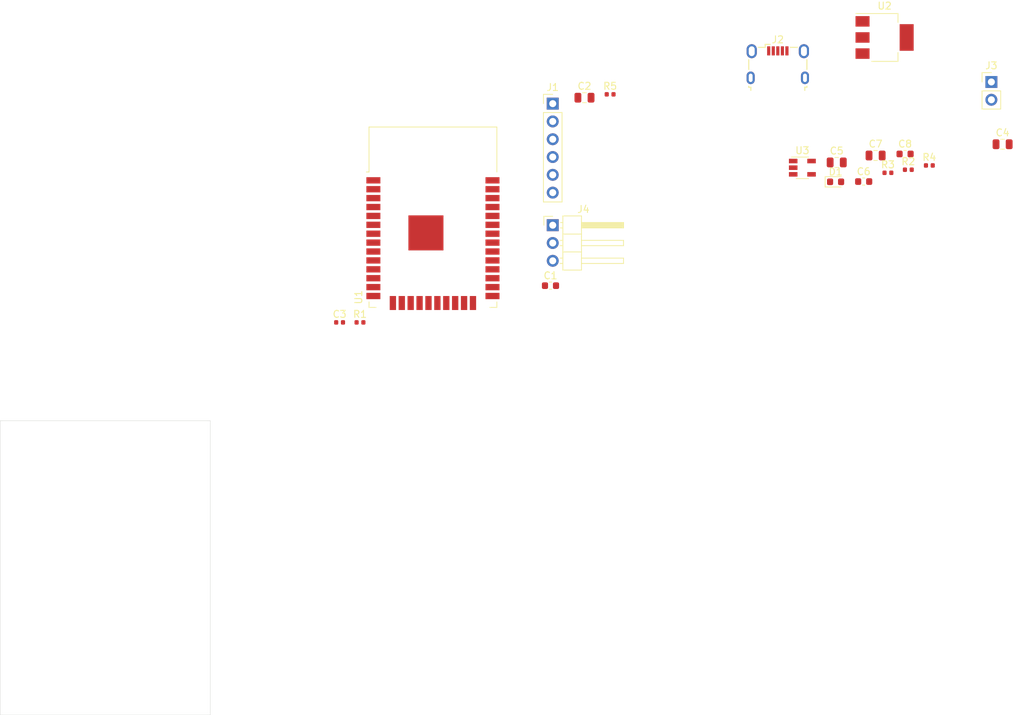
<source format=kicad_pcb>
(kicad_pcb (version 20171130) (host pcbnew "(5.1.6)-1")

  (general
    (thickness 1.6)
    (drawings 4)
    (tracks 0)
    (zones 0)
    (modules 21)
    (nets 45)
  )

  (page A4)
  (layers
    (0 F.Cu signal)
    (31 B.Cu signal)
    (32 B.Adhes user)
    (33 F.Adhes user)
    (34 B.Paste user)
    (35 F.Paste user)
    (36 B.SilkS user)
    (37 F.SilkS user)
    (38 B.Mask user)
    (39 F.Mask user)
    (40 Dwgs.User user)
    (41 Cmts.User user)
    (42 Eco1.User user)
    (43 Eco2.User user)
    (44 Edge.Cuts user)
    (45 Margin user)
    (46 B.CrtYd user)
    (47 F.CrtYd user)
    (48 B.Fab user)
    (49 F.Fab user)
  )

  (setup
    (last_trace_width 0.25)
    (trace_clearance 0.2)
    (zone_clearance 0.508)
    (zone_45_only no)
    (trace_min 0.2)
    (via_size 0.8)
    (via_drill 0.4)
    (via_min_size 0.4)
    (via_min_drill 0.3)
    (uvia_size 0.3)
    (uvia_drill 0.1)
    (uvias_allowed no)
    (uvia_min_size 0.2)
    (uvia_min_drill 0.1)
    (edge_width 0.05)
    (segment_width 0.2)
    (pcb_text_width 0.3)
    (pcb_text_size 1.5 1.5)
    (mod_edge_width 0.12)
    (mod_text_size 1 1)
    (mod_text_width 0.15)
    (pad_size 1.524 1.524)
    (pad_drill 0.762)
    (pad_to_mask_clearance 0.05)
    (aux_axis_origin 0 0)
    (grid_origin 50 164)
    (visible_elements FFFFFF7F)
    (pcbplotparams
      (layerselection 0x010fc_ffffffff)
      (usegerberextensions false)
      (usegerberattributes true)
      (usegerberadvancedattributes true)
      (creategerberjobfile true)
      (excludeedgelayer true)
      (linewidth 0.100000)
      (plotframeref false)
      (viasonmask false)
      (mode 1)
      (useauxorigin false)
      (hpglpennumber 1)
      (hpglpenspeed 20)
      (hpglpendiameter 15.000000)
      (psnegative false)
      (psa4output false)
      (plotreference true)
      (plotvalue true)
      (plotinvisibletext false)
      (padsonsilk false)
      (subtractmaskfromsilk false)
      (outputformat 1)
      (mirror false)
      (drillshape 1)
      (scaleselection 1)
      (outputdirectory ""))
  )

  (net 0 "")
  (net 1 GND)
  (net 2 "Net-(C1-Pad1)")
  (net 3 +3V3)
  (net 4 +5V)
  (net 5 "Net-(C8-Pad1)")
  (net 6 "Net-(D1-Pad2)")
  (net 7 /power/CHRG)
  (net 8 /TXD0)
  (net 9 /RXD0)
  (net 10 /IO_0)
  (net 11 /IO_2)
  (net 12 "Net-(J2-Pad4)")
  (net 13 "Net-(J2-Pad3)")
  (net 14 "Net-(J2-Pad2)")
  (net 15 /ADC_CH3)
  (net 16 "Net-(J4-Pad1)")
  (net 17 "Net-(R4-Pad2)")
  (net 18 /ADC_CH0)
  (net 19 "Net-(U1-Pad37)")
  (net 20 "Net-(U1-Pad36)")
  (net 21 "Net-(U1-Pad33)")
  (net 22 "Net-(U1-Pad32)")
  (net 23 "Net-(U1-Pad31)")
  (net 24 "Net-(U1-Pad30)")
  (net 25 "Net-(U1-Pad29)")
  (net 26 "Net-(U1-Pad28)")
  (net 27 "Net-(U1-Pad27)")
  (net 28 "Net-(U1-Pad26)")
  (net 29 "Net-(U1-Pad23)")
  (net 30 "Net-(U1-Pad22)")
  (net 31 "Net-(U1-Pad21)")
  (net 32 "Net-(U1-Pad20)")
  (net 33 "Net-(U1-Pad19)")
  (net 34 "Net-(U1-Pad18)")
  (net 35 "Net-(U1-Pad17)")
  (net 36 "Net-(U1-Pad16)")
  (net 37 "Net-(U1-Pad14)")
  (net 38 "Net-(U1-Pad13)")
  (net 39 "Net-(U1-Pad11)")
  (net 40 "Net-(U1-Pad10)")
  (net 41 /ADC_CH5)
  (net 42 /ADC_CH4)
  (net 43 /ADC_CH7)
  (net 44 /ADC_CH6)

  (net_class Default "This is the default net class."
    (clearance 0.2)
    (trace_width 0.25)
    (via_dia 0.8)
    (via_drill 0.4)
    (uvia_dia 0.3)
    (uvia_drill 0.1)
    (add_net +3V3)
    (add_net +5V)
    (add_net /ADC_CH0)
    (add_net /ADC_CH3)
    (add_net /ADC_CH4)
    (add_net /ADC_CH5)
    (add_net /ADC_CH6)
    (add_net /ADC_CH7)
    (add_net /IO_0)
    (add_net /IO_2)
    (add_net /RXD0)
    (add_net /TXD0)
    (add_net /power/CHRG)
    (add_net GND)
    (add_net "Net-(C1-Pad1)")
    (add_net "Net-(C8-Pad1)")
    (add_net "Net-(D1-Pad2)")
    (add_net "Net-(J2-Pad2)")
    (add_net "Net-(J2-Pad3)")
    (add_net "Net-(J2-Pad4)")
    (add_net "Net-(J4-Pad1)")
    (add_net "Net-(R4-Pad2)")
    (add_net "Net-(U1-Pad10)")
    (add_net "Net-(U1-Pad11)")
    (add_net "Net-(U1-Pad13)")
    (add_net "Net-(U1-Pad14)")
    (add_net "Net-(U1-Pad16)")
    (add_net "Net-(U1-Pad17)")
    (add_net "Net-(U1-Pad18)")
    (add_net "Net-(U1-Pad19)")
    (add_net "Net-(U1-Pad20)")
    (add_net "Net-(U1-Pad21)")
    (add_net "Net-(U1-Pad22)")
    (add_net "Net-(U1-Pad23)")
    (add_net "Net-(U1-Pad26)")
    (add_net "Net-(U1-Pad27)")
    (add_net "Net-(U1-Pad28)")
    (add_net "Net-(U1-Pad29)")
    (add_net "Net-(U1-Pad30)")
    (add_net "Net-(U1-Pad31)")
    (add_net "Net-(U1-Pad32)")
    (add_net "Net-(U1-Pad33)")
    (add_net "Net-(U1-Pad36)")
    (add_net "Net-(U1-Pad37)")
  )

  (module Package_TO_SOT_SMD:TSOT-23-5 (layer F.Cu) (tedit 5A02FF57) (tstamp 5F1C851A)
    (at 164.495001 85.885001)
    (descr "5-pin TSOT23 package, http://cds.linear.com/docs/en/packaging/SOT_5_05-08-1635.pdf")
    (tags TSOT-23-5)
    (path /5F2186C0/5F232330)
    (attr smd)
    (fp_text reference U3 (at 0 -2.45) (layer F.SilkS)
      (effects (font (size 1 1) (thickness 0.15)))
    )
    (fp_text value LTC4054ES5-4.2 (at 0 2.5) (layer F.Fab)
      (effects (font (size 1 1) (thickness 0.15)))
    )
    (fp_text user %R (at 0 0 90) (layer F.Fab)
      (effects (font (size 0.5 0.5) (thickness 0.075)))
    )
    (fp_line (start -0.88 1.56) (end 0.88 1.56) (layer F.SilkS) (width 0.12))
    (fp_line (start 0.88 -1.51) (end -1.55 -1.51) (layer F.SilkS) (width 0.12))
    (fp_line (start -0.88 -1) (end -0.43 -1.45) (layer F.Fab) (width 0.1))
    (fp_line (start 0.88 -1.45) (end -0.43 -1.45) (layer F.Fab) (width 0.1))
    (fp_line (start -0.88 -1) (end -0.88 1.45) (layer F.Fab) (width 0.1))
    (fp_line (start 0.88 1.45) (end -0.88 1.45) (layer F.Fab) (width 0.1))
    (fp_line (start 0.88 -1.45) (end 0.88 1.45) (layer F.Fab) (width 0.1))
    (fp_line (start -2.17 -1.7) (end 2.17 -1.7) (layer F.CrtYd) (width 0.05))
    (fp_line (start -2.17 -1.7) (end -2.17 1.7) (layer F.CrtYd) (width 0.05))
    (fp_line (start 2.17 1.7) (end 2.17 -1.7) (layer F.CrtYd) (width 0.05))
    (fp_line (start 2.17 1.7) (end -2.17 1.7) (layer F.CrtYd) (width 0.05))
    (pad 5 smd rect (at 1.31 -0.95) (size 1.22 0.65) (layers F.Cu F.Paste F.Mask)
      (net 17 "Net-(R4-Pad2)"))
    (pad 4 smd rect (at 1.31 0.95) (size 1.22 0.65) (layers F.Cu F.Paste F.Mask)
      (net 4 +5V))
    (pad 3 smd rect (at -1.31 0.95) (size 1.22 0.65) (layers F.Cu F.Paste F.Mask)
      (net 5 "Net-(C8-Pad1)"))
    (pad 2 smd rect (at -1.31 0) (size 1.22 0.65) (layers F.Cu F.Paste F.Mask)
      (net 1 GND))
    (pad 1 smd rect (at -1.31 -0.95) (size 1.22 0.65) (layers F.Cu F.Paste F.Mask)
      (net 7 /power/CHRG))
    (model ${KISYS3DMOD}/Package_TO_SOT_SMD.3dshapes/TSOT-23-5.wrl
      (at (xyz 0 0 0))
      (scale (xyz 1 1 1))
      (rotate (xyz 0 0 0))
    )
  )

  (module Package_TO_SOT_SMD:SOT-223-3_TabPin2 (layer F.Cu) (tedit 5A02FF57) (tstamp 5F1C8505)
    (at 176.23 67.3)
    (descr "module CMS SOT223 4 pins")
    (tags "CMS SOT")
    (path /5F2186C0/5F24A068)
    (attr smd)
    (fp_text reference U2 (at 0 -4.5) (layer F.SilkS)
      (effects (font (size 1 1) (thickness 0.15)))
    )
    (fp_text value AMS1117-3.3 (at 0 4.5) (layer F.Fab)
      (effects (font (size 1 1) (thickness 0.15)))
    )
    (fp_text user %R (at 0 0 90) (layer F.Fab)
      (effects (font (size 0.8 0.8) (thickness 0.12)))
    )
    (fp_line (start 1.91 3.41) (end 1.91 2.15) (layer F.SilkS) (width 0.12))
    (fp_line (start 1.91 -3.41) (end 1.91 -2.15) (layer F.SilkS) (width 0.12))
    (fp_line (start 4.4 -3.6) (end -4.4 -3.6) (layer F.CrtYd) (width 0.05))
    (fp_line (start 4.4 3.6) (end 4.4 -3.6) (layer F.CrtYd) (width 0.05))
    (fp_line (start -4.4 3.6) (end 4.4 3.6) (layer F.CrtYd) (width 0.05))
    (fp_line (start -4.4 -3.6) (end -4.4 3.6) (layer F.CrtYd) (width 0.05))
    (fp_line (start -1.85 -2.35) (end -0.85 -3.35) (layer F.Fab) (width 0.1))
    (fp_line (start -1.85 -2.35) (end -1.85 3.35) (layer F.Fab) (width 0.1))
    (fp_line (start -1.85 3.41) (end 1.91 3.41) (layer F.SilkS) (width 0.12))
    (fp_line (start -0.85 -3.35) (end 1.85 -3.35) (layer F.Fab) (width 0.1))
    (fp_line (start -4.1 -3.41) (end 1.91 -3.41) (layer F.SilkS) (width 0.12))
    (fp_line (start -1.85 3.35) (end 1.85 3.35) (layer F.Fab) (width 0.1))
    (fp_line (start 1.85 -3.35) (end 1.85 3.35) (layer F.Fab) (width 0.1))
    (pad 1 smd rect (at -3.15 -2.3) (size 2 1.5) (layers F.Cu F.Paste F.Mask)
      (net 1 GND))
    (pad 3 smd rect (at -3.15 2.3) (size 2 1.5) (layers F.Cu F.Paste F.Mask)
      (net 4 +5V))
    (pad 2 smd rect (at -3.15 0) (size 2 1.5) (layers F.Cu F.Paste F.Mask)
      (net 3 +3V3))
    (pad 2 smd rect (at 3.15 0) (size 2 3.8) (layers F.Cu F.Paste F.Mask)
      (net 3 +3V3))
    (model ${KISYS3DMOD}/Package_TO_SOT_SMD.3dshapes/SOT-223.wrl
      (at (xyz 0 0 0))
      (scale (xyz 1 1 1))
      (rotate (xyz 0 0 0))
    )
  )

  (module RF_Module:ESP32-WROOM-32 (layer F.Cu) (tedit 5B5B4654) (tstamp 5F1C84EF)
    (at 111.765001 95.945001)
    (descr "Single 2.4 GHz Wi-Fi and Bluetooth combo chip https://www.espressif.com/sites/default/files/documentation/esp32-wroom-32_datasheet_en.pdf")
    (tags "Single 2.4 GHz Wi-Fi and Bluetooth combo  chip")
    (path /5F1C2A6F)
    (attr smd)
    (fp_text reference U1 (at -10.61 8.43 90) (layer F.SilkS)
      (effects (font (size 1 1) (thickness 0.15)))
    )
    (fp_text value ESP32-WROOM-32D (at 0 11.5) (layer F.Fab)
      (effects (font (size 1 1) (thickness 0.15)))
    )
    (fp_text user "5 mm" (at 7.8 -19.075 90) (layer Cmts.User)
      (effects (font (size 0.5 0.5) (thickness 0.1)))
    )
    (fp_text user "5 mm" (at -11.2 -14.375) (layer Cmts.User)
      (effects (font (size 0.5 0.5) (thickness 0.1)))
    )
    (fp_text user "5 mm" (at 11.8 -14.375) (layer Cmts.User)
      (effects (font (size 0.5 0.5) (thickness 0.1)))
    )
    (fp_text user Antenna (at 0 -13) (layer Cmts.User)
      (effects (font (size 1 1) (thickness 0.15)))
    )
    (fp_text user "KEEP-OUT ZONE" (at 0 -19) (layer Cmts.User)
      (effects (font (size 1 1) (thickness 0.15)))
    )
    (fp_text user %R (at 0 0) (layer F.Fab)
      (effects (font (size 1 1) (thickness 0.15)))
    )
    (fp_line (start -14 -9.97) (end -14 -20.75) (layer Dwgs.User) (width 0.1))
    (fp_line (start 9 9.76) (end 9 -15.745) (layer F.Fab) (width 0.1))
    (fp_line (start -9 9.76) (end 9 9.76) (layer F.Fab) (width 0.1))
    (fp_line (start -9 -15.745) (end -9 -10.02) (layer F.Fab) (width 0.1))
    (fp_line (start -9 -15.745) (end 9 -15.745) (layer F.Fab) (width 0.1))
    (fp_line (start -9.75 10.5) (end -9.75 -9.72) (layer F.CrtYd) (width 0.05))
    (fp_line (start -9.75 10.5) (end 9.75 10.5) (layer F.CrtYd) (width 0.05))
    (fp_line (start 9.75 -9.72) (end 9.75 10.5) (layer F.CrtYd) (width 0.05))
    (fp_line (start -14.25 -21) (end 14.25 -21) (layer F.CrtYd) (width 0.05))
    (fp_line (start -9 -9.02) (end -9 9.76) (layer F.Fab) (width 0.1))
    (fp_line (start -8.5 -9.52) (end -9 -10.02) (layer F.Fab) (width 0.1))
    (fp_line (start -9 -9.02) (end -8.5 -9.52) (layer F.Fab) (width 0.1))
    (fp_line (start 14 -9.97) (end -14 -9.97) (layer Dwgs.User) (width 0.1))
    (fp_line (start 14 -9.97) (end 14 -20.75) (layer Dwgs.User) (width 0.1))
    (fp_line (start 14 -20.75) (end -14 -20.75) (layer Dwgs.User) (width 0.1))
    (fp_line (start -14.25 -21) (end -14.25 -9.72) (layer F.CrtYd) (width 0.05))
    (fp_line (start 14.25 -21) (end 14.25 -9.72) (layer F.CrtYd) (width 0.05))
    (fp_line (start -14.25 -9.72) (end -9.75 -9.72) (layer F.CrtYd) (width 0.05))
    (fp_line (start 9.75 -9.72) (end 14.25 -9.72) (layer F.CrtYd) (width 0.05))
    (fp_line (start -12.525 -20.75) (end -14 -19.66) (layer Dwgs.User) (width 0.1))
    (fp_line (start -10.525 -20.75) (end -14 -18.045) (layer Dwgs.User) (width 0.1))
    (fp_line (start -8.525 -20.75) (end -14 -16.43) (layer Dwgs.User) (width 0.1))
    (fp_line (start -6.525 -20.75) (end -14 -14.815) (layer Dwgs.User) (width 0.1))
    (fp_line (start -4.525 -20.75) (end -14 -13.2) (layer Dwgs.User) (width 0.1))
    (fp_line (start -2.525 -20.75) (end -14 -11.585) (layer Dwgs.User) (width 0.1))
    (fp_line (start -0.525 -20.75) (end -14 -9.97) (layer Dwgs.User) (width 0.1))
    (fp_line (start 1.475 -20.75) (end -12 -9.97) (layer Dwgs.User) (width 0.1))
    (fp_line (start 3.475 -20.75) (end -10 -9.97) (layer Dwgs.User) (width 0.1))
    (fp_line (start -8 -9.97) (end 5.475 -20.75) (layer Dwgs.User) (width 0.1))
    (fp_line (start 7.475 -20.75) (end -6 -9.97) (layer Dwgs.User) (width 0.1))
    (fp_line (start 9.475 -20.75) (end -4 -9.97) (layer Dwgs.User) (width 0.1))
    (fp_line (start 11.475 -20.75) (end -2 -9.97) (layer Dwgs.User) (width 0.1))
    (fp_line (start 13.475 -20.75) (end 0 -9.97) (layer Dwgs.User) (width 0.1))
    (fp_line (start 14 -19.66) (end 2 -9.97) (layer Dwgs.User) (width 0.1))
    (fp_line (start 14 -18.045) (end 4 -9.97) (layer Dwgs.User) (width 0.1))
    (fp_line (start 14 -16.43) (end 6 -9.97) (layer Dwgs.User) (width 0.1))
    (fp_line (start 14 -14.815) (end 8 -9.97) (layer Dwgs.User) (width 0.1))
    (fp_line (start 14 -13.2) (end 10 -9.97) (layer Dwgs.User) (width 0.1))
    (fp_line (start 14 -11.585) (end 12 -9.97) (layer Dwgs.User) (width 0.1))
    (fp_line (start 9.2 -13.875) (end 13.8 -13.875) (layer Cmts.User) (width 0.1))
    (fp_line (start 13.8 -13.875) (end 13.6 -14.075) (layer Cmts.User) (width 0.1))
    (fp_line (start 13.8 -13.875) (end 13.6 -13.675) (layer Cmts.User) (width 0.1))
    (fp_line (start 9.2 -13.875) (end 9.4 -14.075) (layer Cmts.User) (width 0.1))
    (fp_line (start 9.2 -13.875) (end 9.4 -13.675) (layer Cmts.User) (width 0.1))
    (fp_line (start -13.8 -13.875) (end -13.6 -14.075) (layer Cmts.User) (width 0.1))
    (fp_line (start -13.8 -13.875) (end -13.6 -13.675) (layer Cmts.User) (width 0.1))
    (fp_line (start -9.2 -13.875) (end -9.4 -13.675) (layer Cmts.User) (width 0.1))
    (fp_line (start -13.8 -13.875) (end -9.2 -13.875) (layer Cmts.User) (width 0.1))
    (fp_line (start -9.2 -13.875) (end -9.4 -14.075) (layer Cmts.User) (width 0.1))
    (fp_line (start 8.4 -16) (end 8.2 -16.2) (layer Cmts.User) (width 0.1))
    (fp_line (start 8.4 -16) (end 8.6 -16.2) (layer Cmts.User) (width 0.1))
    (fp_line (start 8.4 -20.6) (end 8.6 -20.4) (layer Cmts.User) (width 0.1))
    (fp_line (start 8.4 -16) (end 8.4 -20.6) (layer Cmts.User) (width 0.1))
    (fp_line (start 8.4 -20.6) (end 8.2 -20.4) (layer Cmts.User) (width 0.1))
    (fp_line (start -9.12 9.1) (end -9.12 9.88) (layer F.SilkS) (width 0.12))
    (fp_line (start -9.12 9.88) (end -8.12 9.88) (layer F.SilkS) (width 0.12))
    (fp_line (start 9.12 9.1) (end 9.12 9.88) (layer F.SilkS) (width 0.12))
    (fp_line (start 9.12 9.88) (end 8.12 9.88) (layer F.SilkS) (width 0.12))
    (fp_line (start -9.12 -15.865) (end 9.12 -15.865) (layer F.SilkS) (width 0.12))
    (fp_line (start 9.12 -15.865) (end 9.12 -9.445) (layer F.SilkS) (width 0.12))
    (fp_line (start -9.12 -15.865) (end -9.12 -9.445) (layer F.SilkS) (width 0.12))
    (fp_line (start -9.12 -9.445) (end -9.5 -9.445) (layer F.SilkS) (width 0.12))
    (pad 38 smd rect (at 8.5 -8.255) (size 2 0.9) (layers F.Cu F.Paste F.Mask)
      (net 1 GND))
    (pad 37 smd rect (at 8.5 -6.985) (size 2 0.9) (layers F.Cu F.Paste F.Mask)
      (net 19 "Net-(U1-Pad37)"))
    (pad 36 smd rect (at 8.5 -5.715) (size 2 0.9) (layers F.Cu F.Paste F.Mask)
      (net 20 "Net-(U1-Pad36)"))
    (pad 35 smd rect (at 8.5 -4.445) (size 2 0.9) (layers F.Cu F.Paste F.Mask)
      (net 8 /TXD0))
    (pad 34 smd rect (at 8.5 -3.175) (size 2 0.9) (layers F.Cu F.Paste F.Mask)
      (net 9 /RXD0))
    (pad 33 smd rect (at 8.5 -1.905) (size 2 0.9) (layers F.Cu F.Paste F.Mask)
      (net 21 "Net-(U1-Pad33)"))
    (pad 32 smd rect (at 8.5 -0.635) (size 2 0.9) (layers F.Cu F.Paste F.Mask)
      (net 22 "Net-(U1-Pad32)"))
    (pad 31 smd rect (at 8.5 0.635) (size 2 0.9) (layers F.Cu F.Paste F.Mask)
      (net 23 "Net-(U1-Pad31)"))
    (pad 30 smd rect (at 8.5 1.905) (size 2 0.9) (layers F.Cu F.Paste F.Mask)
      (net 24 "Net-(U1-Pad30)"))
    (pad 29 smd rect (at 8.5 3.175) (size 2 0.9) (layers F.Cu F.Paste F.Mask)
      (net 25 "Net-(U1-Pad29)"))
    (pad 28 smd rect (at 8.5 4.445) (size 2 0.9) (layers F.Cu F.Paste F.Mask)
      (net 26 "Net-(U1-Pad28)"))
    (pad 27 smd rect (at 8.5 5.715) (size 2 0.9) (layers F.Cu F.Paste F.Mask)
      (net 27 "Net-(U1-Pad27)"))
    (pad 26 smd rect (at 8.5 6.985) (size 2 0.9) (layers F.Cu F.Paste F.Mask)
      (net 28 "Net-(U1-Pad26)"))
    (pad 25 smd rect (at 8.5 8.255) (size 2 0.9) (layers F.Cu F.Paste F.Mask)
      (net 10 /IO_0))
    (pad 24 smd rect (at 5.715 9.255 90) (size 2 0.9) (layers F.Cu F.Paste F.Mask)
      (net 11 /IO_2))
    (pad 23 smd rect (at 4.445 9.255 90) (size 2 0.9) (layers F.Cu F.Paste F.Mask)
      (net 29 "Net-(U1-Pad23)"))
    (pad 22 smd rect (at 3.175 9.255 90) (size 2 0.9) (layers F.Cu F.Paste F.Mask)
      (net 30 "Net-(U1-Pad22)"))
    (pad 21 smd rect (at 1.905 9.255 90) (size 2 0.9) (layers F.Cu F.Paste F.Mask)
      (net 31 "Net-(U1-Pad21)"))
    (pad 20 smd rect (at 0.635 9.255 90) (size 2 0.9) (layers F.Cu F.Paste F.Mask)
      (net 32 "Net-(U1-Pad20)"))
    (pad 19 smd rect (at -0.635 9.255 90) (size 2 0.9) (layers F.Cu F.Paste F.Mask)
      (net 33 "Net-(U1-Pad19)"))
    (pad 18 smd rect (at -1.905 9.255 90) (size 2 0.9) (layers F.Cu F.Paste F.Mask)
      (net 34 "Net-(U1-Pad18)"))
    (pad 17 smd rect (at -3.175 9.255 90) (size 2 0.9) (layers F.Cu F.Paste F.Mask)
      (net 35 "Net-(U1-Pad17)"))
    (pad 16 smd rect (at -4.445 9.255 90) (size 2 0.9) (layers F.Cu F.Paste F.Mask)
      (net 36 "Net-(U1-Pad16)"))
    (pad 15 smd rect (at -5.715 9.255 90) (size 2 0.9) (layers F.Cu F.Paste F.Mask)
      (net 1 GND))
    (pad 14 smd rect (at -8.5 8.255) (size 2 0.9) (layers F.Cu F.Paste F.Mask)
      (net 37 "Net-(U1-Pad14)"))
    (pad 13 smd rect (at -8.5 6.985) (size 2 0.9) (layers F.Cu F.Paste F.Mask)
      (net 38 "Net-(U1-Pad13)"))
    (pad 12 smd rect (at -8.5 5.715) (size 2 0.9) (layers F.Cu F.Paste F.Mask)
      (net 7 /power/CHRG))
    (pad 11 smd rect (at -8.5 4.445) (size 2 0.9) (layers F.Cu F.Paste F.Mask)
      (net 39 "Net-(U1-Pad11)"))
    (pad 10 smd rect (at -8.5 3.175) (size 2 0.9) (layers F.Cu F.Paste F.Mask)
      (net 40 "Net-(U1-Pad10)"))
    (pad 9 smd rect (at -8.5 1.905) (size 2 0.9) (layers F.Cu F.Paste F.Mask)
      (net 41 /ADC_CH5))
    (pad 8 smd rect (at -8.5 0.635) (size 2 0.9) (layers F.Cu F.Paste F.Mask)
      (net 42 /ADC_CH4))
    (pad 7 smd rect (at -8.5 -0.635) (size 2 0.9) (layers F.Cu F.Paste F.Mask)
      (net 43 /ADC_CH7))
    (pad 6 smd rect (at -8.5 -1.905) (size 2 0.9) (layers F.Cu F.Paste F.Mask)
      (net 44 /ADC_CH6))
    (pad 5 smd rect (at -8.5 -3.175) (size 2 0.9) (layers F.Cu F.Paste F.Mask)
      (net 15 /ADC_CH3))
    (pad 4 smd rect (at -8.5 -4.445) (size 2 0.9) (layers F.Cu F.Paste F.Mask)
      (net 18 /ADC_CH0))
    (pad 3 smd rect (at -8.5 -5.715) (size 2 0.9) (layers F.Cu F.Paste F.Mask)
      (net 2 "Net-(C1-Pad1)"))
    (pad 2 smd rect (at -8.5 -6.985) (size 2 0.9) (layers F.Cu F.Paste F.Mask)
      (net 3 +3V3))
    (pad 1 smd rect (at -8.5 -8.255) (size 2 0.9) (layers F.Cu F.Paste F.Mask)
      (net 1 GND))
    (pad 39 smd rect (at -1 -0.755) (size 5 5) (layers F.Cu F.Paste F.Mask)
      (net 1 GND))
    (model ${KISYS3DMOD}/RF_Module.3dshapes/ESP32-WROOM-32.wrl
      (at (xyz 0 0 0))
      (scale (xyz 1 1 1))
      (rotate (xyz 0 0 0))
    )
  )

  (module Resistor_SMD:R_0402_1005Metric (layer F.Cu) (tedit 5B301BBD) (tstamp 5F1C8480)
    (at 137.055001 75.415001)
    (descr "Resistor SMD 0402 (1005 Metric), square (rectangular) end terminal, IPC_7351 nominal, (Body size source: http://www.tortai-tech.com/upload/download/2011102023233369053.pdf), generated with kicad-footprint-generator")
    (tags resistor)
    (path /5F2710D2)
    (attr smd)
    (fp_text reference R5 (at 0 -1.17) (layer F.SilkS)
      (effects (font (size 1 1) (thickness 0.15)))
    )
    (fp_text value 1K (at 0 1.17) (layer F.Fab)
      (effects (font (size 1 1) (thickness 0.15)))
    )
    (fp_text user %R (at 0 0) (layer F.Fab)
      (effects (font (size 0.25 0.25) (thickness 0.04)))
    )
    (fp_line (start -0.5 0.25) (end -0.5 -0.25) (layer F.Fab) (width 0.1))
    (fp_line (start -0.5 -0.25) (end 0.5 -0.25) (layer F.Fab) (width 0.1))
    (fp_line (start 0.5 -0.25) (end 0.5 0.25) (layer F.Fab) (width 0.1))
    (fp_line (start 0.5 0.25) (end -0.5 0.25) (layer F.Fab) (width 0.1))
    (fp_line (start -0.93 0.47) (end -0.93 -0.47) (layer F.CrtYd) (width 0.05))
    (fp_line (start -0.93 -0.47) (end 0.93 -0.47) (layer F.CrtYd) (width 0.05))
    (fp_line (start 0.93 -0.47) (end 0.93 0.47) (layer F.CrtYd) (width 0.05))
    (fp_line (start 0.93 0.47) (end -0.93 0.47) (layer F.CrtYd) (width 0.05))
    (pad 2 smd roundrect (at 0.485 0) (size 0.59 0.64) (layers F.Cu F.Paste F.Mask) (roundrect_rratio 0.25)
      (net 18 /ADC_CH0))
    (pad 1 smd roundrect (at -0.485 0) (size 0.59 0.64) (layers F.Cu F.Paste F.Mask) (roundrect_rratio 0.25)
      (net 16 "Net-(J4-Pad1)"))
    (model ${KISYS3DMOD}/Resistor_SMD.3dshapes/R_0402_1005Metric.wrl
      (at (xyz 0 0 0))
      (scale (xyz 1 1 1))
      (rotate (xyz 0 0 0))
    )
  )

  (module Resistor_SMD:R_0402_1005Metric (layer F.Cu) (tedit 5B301BBD) (tstamp 5F1C8471)
    (at 182.615001 85.565001)
    (descr "Resistor SMD 0402 (1005 Metric), square (rectangular) end terminal, IPC_7351 nominal, (Body size source: http://www.tortai-tech.com/upload/download/2011102023233369053.pdf), generated with kicad-footprint-generator")
    (tags resistor)
    (path /5F2186C0/5F232360)
    (attr smd)
    (fp_text reference R4 (at 0 -1.17) (layer F.SilkS)
      (effects (font (size 1 1) (thickness 0.15)))
    )
    (fp_text value 1.5K (at 0 1.17) (layer F.Fab)
      (effects (font (size 1 1) (thickness 0.15)))
    )
    (fp_text user %R (at 0 0) (layer F.Fab)
      (effects (font (size 0.25 0.25) (thickness 0.04)))
    )
    (fp_line (start -0.5 0.25) (end -0.5 -0.25) (layer F.Fab) (width 0.1))
    (fp_line (start -0.5 -0.25) (end 0.5 -0.25) (layer F.Fab) (width 0.1))
    (fp_line (start 0.5 -0.25) (end 0.5 0.25) (layer F.Fab) (width 0.1))
    (fp_line (start 0.5 0.25) (end -0.5 0.25) (layer F.Fab) (width 0.1))
    (fp_line (start -0.93 0.47) (end -0.93 -0.47) (layer F.CrtYd) (width 0.05))
    (fp_line (start -0.93 -0.47) (end 0.93 -0.47) (layer F.CrtYd) (width 0.05))
    (fp_line (start 0.93 -0.47) (end 0.93 0.47) (layer F.CrtYd) (width 0.05))
    (fp_line (start 0.93 0.47) (end -0.93 0.47) (layer F.CrtYd) (width 0.05))
    (pad 2 smd roundrect (at 0.485 0) (size 0.59 0.64) (layers F.Cu F.Paste F.Mask) (roundrect_rratio 0.25)
      (net 17 "Net-(R4-Pad2)"))
    (pad 1 smd roundrect (at -0.485 0) (size 0.59 0.64) (layers F.Cu F.Paste F.Mask) (roundrect_rratio 0.25)
      (net 1 GND))
    (model ${KISYS3DMOD}/Resistor_SMD.3dshapes/R_0402_1005Metric.wrl
      (at (xyz 0 0 0))
      (scale (xyz 1 1 1))
      (rotate (xyz 0 0 0))
    )
  )

  (module Resistor_SMD:R_0402_1005Metric (layer F.Cu) (tedit 5B301BBD) (tstamp 5F1C8462)
    (at 176.705001 86.615001)
    (descr "Resistor SMD 0402 (1005 Metric), square (rectangular) end terminal, IPC_7351 nominal, (Body size source: http://www.tortai-tech.com/upload/download/2011102023233369053.pdf), generated with kicad-footprint-generator")
    (tags resistor)
    (path /5F2186C0/5F232343)
    (attr smd)
    (fp_text reference R3 (at 0 -1.17) (layer F.SilkS)
      (effects (font (size 1 1) (thickness 0.15)))
    )
    (fp_text value 1K (at 0 1.17) (layer F.Fab)
      (effects (font (size 1 1) (thickness 0.15)))
    )
    (fp_text user %R (at 0 0) (layer F.Fab)
      (effects (font (size 0.25 0.25) (thickness 0.04)))
    )
    (fp_line (start -0.5 0.25) (end -0.5 -0.25) (layer F.Fab) (width 0.1))
    (fp_line (start -0.5 -0.25) (end 0.5 -0.25) (layer F.Fab) (width 0.1))
    (fp_line (start 0.5 -0.25) (end 0.5 0.25) (layer F.Fab) (width 0.1))
    (fp_line (start 0.5 0.25) (end -0.5 0.25) (layer F.Fab) (width 0.1))
    (fp_line (start -0.93 0.47) (end -0.93 -0.47) (layer F.CrtYd) (width 0.05))
    (fp_line (start -0.93 -0.47) (end 0.93 -0.47) (layer F.CrtYd) (width 0.05))
    (fp_line (start 0.93 -0.47) (end 0.93 0.47) (layer F.CrtYd) (width 0.05))
    (fp_line (start 0.93 0.47) (end -0.93 0.47) (layer F.CrtYd) (width 0.05))
    (pad 2 smd roundrect (at 0.485 0) (size 0.59 0.64) (layers F.Cu F.Paste F.Mask) (roundrect_rratio 0.25)
      (net 4 +5V))
    (pad 1 smd roundrect (at -0.485 0) (size 0.59 0.64) (layers F.Cu F.Paste F.Mask) (roundrect_rratio 0.25)
      (net 6 "Net-(D1-Pad2)"))
    (model ${KISYS3DMOD}/Resistor_SMD.3dshapes/R_0402_1005Metric.wrl
      (at (xyz 0 0 0))
      (scale (xyz 1 1 1))
      (rotate (xyz 0 0 0))
    )
  )

  (module Resistor_SMD:R_0402_1005Metric (layer F.Cu) (tedit 5B301BBD) (tstamp 5F1C8453)
    (at 179.615001 86.175001)
    (descr "Resistor SMD 0402 (1005 Metric), square (rectangular) end terminal, IPC_7351 nominal, (Body size source: http://www.tortai-tech.com/upload/download/2011102023233369053.pdf), generated with kicad-footprint-generator")
    (tags resistor)
    (path /5F2186C0/5F232349)
    (attr smd)
    (fp_text reference R2 (at 0 -1.17) (layer F.SilkS)
      (effects (font (size 1 1) (thickness 0.15)))
    )
    (fp_text value 10K (at 0 1.17) (layer F.Fab)
      (effects (font (size 1 1) (thickness 0.15)))
    )
    (fp_text user %R (at 0 0) (layer F.Fab)
      (effects (font (size 0.25 0.25) (thickness 0.04)))
    )
    (fp_line (start -0.5 0.25) (end -0.5 -0.25) (layer F.Fab) (width 0.1))
    (fp_line (start -0.5 -0.25) (end 0.5 -0.25) (layer F.Fab) (width 0.1))
    (fp_line (start 0.5 -0.25) (end 0.5 0.25) (layer F.Fab) (width 0.1))
    (fp_line (start 0.5 0.25) (end -0.5 0.25) (layer F.Fab) (width 0.1))
    (fp_line (start -0.93 0.47) (end -0.93 -0.47) (layer F.CrtYd) (width 0.05))
    (fp_line (start -0.93 -0.47) (end 0.93 -0.47) (layer F.CrtYd) (width 0.05))
    (fp_line (start 0.93 -0.47) (end 0.93 0.47) (layer F.CrtYd) (width 0.05))
    (fp_line (start 0.93 0.47) (end -0.93 0.47) (layer F.CrtYd) (width 0.05))
    (pad 2 smd roundrect (at 0.485 0) (size 0.59 0.64) (layers F.Cu F.Paste F.Mask) (roundrect_rratio 0.25)
      (net 4 +5V))
    (pad 1 smd roundrect (at -0.485 0) (size 0.59 0.64) (layers F.Cu F.Paste F.Mask) (roundrect_rratio 0.25)
      (net 7 /power/CHRG))
    (model ${KISYS3DMOD}/Resistor_SMD.3dshapes/R_0402_1005Metric.wrl
      (at (xyz 0 0 0))
      (scale (xyz 1 1 1))
      (rotate (xyz 0 0 0))
    )
  )

  (module Resistor_SMD:R_0402_1005Metric (layer F.Cu) (tedit 5B301BBD) (tstamp 5F1C8444)
    (at 101.355001 107.965001)
    (descr "Resistor SMD 0402 (1005 Metric), square (rectangular) end terminal, IPC_7351 nominal, (Body size source: http://www.tortai-tech.com/upload/download/2011102023233369053.pdf), generated with kicad-footprint-generator")
    (tags resistor)
    (path /5F1C13A3)
    (attr smd)
    (fp_text reference R1 (at 0 -1.17) (layer F.SilkS)
      (effects (font (size 1 1) (thickness 0.15)))
    )
    (fp_text value 10K (at 0 1.17) (layer F.Fab)
      (effects (font (size 1 1) (thickness 0.15)))
    )
    (fp_text user %R (at 0 0) (layer F.Fab)
      (effects (font (size 0.25 0.25) (thickness 0.04)))
    )
    (fp_line (start -0.5 0.25) (end -0.5 -0.25) (layer F.Fab) (width 0.1))
    (fp_line (start -0.5 -0.25) (end 0.5 -0.25) (layer F.Fab) (width 0.1))
    (fp_line (start 0.5 -0.25) (end 0.5 0.25) (layer F.Fab) (width 0.1))
    (fp_line (start 0.5 0.25) (end -0.5 0.25) (layer F.Fab) (width 0.1))
    (fp_line (start -0.93 0.47) (end -0.93 -0.47) (layer F.CrtYd) (width 0.05))
    (fp_line (start -0.93 -0.47) (end 0.93 -0.47) (layer F.CrtYd) (width 0.05))
    (fp_line (start 0.93 -0.47) (end 0.93 0.47) (layer F.CrtYd) (width 0.05))
    (fp_line (start 0.93 0.47) (end -0.93 0.47) (layer F.CrtYd) (width 0.05))
    (pad 2 smd roundrect (at 0.485 0) (size 0.59 0.64) (layers F.Cu F.Paste F.Mask) (roundrect_rratio 0.25)
      (net 2 "Net-(C1-Pad1)"))
    (pad 1 smd roundrect (at -0.485 0) (size 0.59 0.64) (layers F.Cu F.Paste F.Mask) (roundrect_rratio 0.25)
      (net 3 +3V3))
    (model ${KISYS3DMOD}/Resistor_SMD.3dshapes/R_0402_1005Metric.wrl
      (at (xyz 0 0 0))
      (scale (xyz 1 1 1))
      (rotate (xyz 0 0 0))
    )
  )

  (module Connector_PinHeader_2.54mm:PinHeader_1x03_P2.54mm_Horizontal (layer F.Cu) (tedit 59FED5CB) (tstamp 5F1C8435)
    (at 128.865001 94.095001)
    (descr "Through hole angled pin header, 1x03, 2.54mm pitch, 6mm pin length, single row")
    (tags "Through hole angled pin header THT 1x03 2.54mm single row")
    (path /5F273439)
    (fp_text reference J4 (at 4.385 -2.27) (layer F.SilkS)
      (effects (font (size 1 1) (thickness 0.15)))
    )
    (fp_text value Conn_01x03 (at 4.385 7.35) (layer F.Fab)
      (effects (font (size 1 1) (thickness 0.15)))
    )
    (fp_text user %R (at 2.77 2.54 90) (layer F.Fab)
      (effects (font (size 1 1) (thickness 0.15)))
    )
    (fp_line (start 2.135 -1.27) (end 4.04 -1.27) (layer F.Fab) (width 0.1))
    (fp_line (start 4.04 -1.27) (end 4.04 6.35) (layer F.Fab) (width 0.1))
    (fp_line (start 4.04 6.35) (end 1.5 6.35) (layer F.Fab) (width 0.1))
    (fp_line (start 1.5 6.35) (end 1.5 -0.635) (layer F.Fab) (width 0.1))
    (fp_line (start 1.5 -0.635) (end 2.135 -1.27) (layer F.Fab) (width 0.1))
    (fp_line (start -0.32 -0.32) (end 1.5 -0.32) (layer F.Fab) (width 0.1))
    (fp_line (start -0.32 -0.32) (end -0.32 0.32) (layer F.Fab) (width 0.1))
    (fp_line (start -0.32 0.32) (end 1.5 0.32) (layer F.Fab) (width 0.1))
    (fp_line (start 4.04 -0.32) (end 10.04 -0.32) (layer F.Fab) (width 0.1))
    (fp_line (start 10.04 -0.32) (end 10.04 0.32) (layer F.Fab) (width 0.1))
    (fp_line (start 4.04 0.32) (end 10.04 0.32) (layer F.Fab) (width 0.1))
    (fp_line (start -0.32 2.22) (end 1.5 2.22) (layer F.Fab) (width 0.1))
    (fp_line (start -0.32 2.22) (end -0.32 2.86) (layer F.Fab) (width 0.1))
    (fp_line (start -0.32 2.86) (end 1.5 2.86) (layer F.Fab) (width 0.1))
    (fp_line (start 4.04 2.22) (end 10.04 2.22) (layer F.Fab) (width 0.1))
    (fp_line (start 10.04 2.22) (end 10.04 2.86) (layer F.Fab) (width 0.1))
    (fp_line (start 4.04 2.86) (end 10.04 2.86) (layer F.Fab) (width 0.1))
    (fp_line (start -0.32 4.76) (end 1.5 4.76) (layer F.Fab) (width 0.1))
    (fp_line (start -0.32 4.76) (end -0.32 5.4) (layer F.Fab) (width 0.1))
    (fp_line (start -0.32 5.4) (end 1.5 5.4) (layer F.Fab) (width 0.1))
    (fp_line (start 4.04 4.76) (end 10.04 4.76) (layer F.Fab) (width 0.1))
    (fp_line (start 10.04 4.76) (end 10.04 5.4) (layer F.Fab) (width 0.1))
    (fp_line (start 4.04 5.4) (end 10.04 5.4) (layer F.Fab) (width 0.1))
    (fp_line (start 1.44 -1.33) (end 1.44 6.41) (layer F.SilkS) (width 0.12))
    (fp_line (start 1.44 6.41) (end 4.1 6.41) (layer F.SilkS) (width 0.12))
    (fp_line (start 4.1 6.41) (end 4.1 -1.33) (layer F.SilkS) (width 0.12))
    (fp_line (start 4.1 -1.33) (end 1.44 -1.33) (layer F.SilkS) (width 0.12))
    (fp_line (start 4.1 -0.38) (end 10.1 -0.38) (layer F.SilkS) (width 0.12))
    (fp_line (start 10.1 -0.38) (end 10.1 0.38) (layer F.SilkS) (width 0.12))
    (fp_line (start 10.1 0.38) (end 4.1 0.38) (layer F.SilkS) (width 0.12))
    (fp_line (start 4.1 -0.32) (end 10.1 -0.32) (layer F.SilkS) (width 0.12))
    (fp_line (start 4.1 -0.2) (end 10.1 -0.2) (layer F.SilkS) (width 0.12))
    (fp_line (start 4.1 -0.08) (end 10.1 -0.08) (layer F.SilkS) (width 0.12))
    (fp_line (start 4.1 0.04) (end 10.1 0.04) (layer F.SilkS) (width 0.12))
    (fp_line (start 4.1 0.16) (end 10.1 0.16) (layer F.SilkS) (width 0.12))
    (fp_line (start 4.1 0.28) (end 10.1 0.28) (layer F.SilkS) (width 0.12))
    (fp_line (start 1.11 -0.38) (end 1.44 -0.38) (layer F.SilkS) (width 0.12))
    (fp_line (start 1.11 0.38) (end 1.44 0.38) (layer F.SilkS) (width 0.12))
    (fp_line (start 1.44 1.27) (end 4.1 1.27) (layer F.SilkS) (width 0.12))
    (fp_line (start 4.1 2.16) (end 10.1 2.16) (layer F.SilkS) (width 0.12))
    (fp_line (start 10.1 2.16) (end 10.1 2.92) (layer F.SilkS) (width 0.12))
    (fp_line (start 10.1 2.92) (end 4.1 2.92) (layer F.SilkS) (width 0.12))
    (fp_line (start 1.042929 2.16) (end 1.44 2.16) (layer F.SilkS) (width 0.12))
    (fp_line (start 1.042929 2.92) (end 1.44 2.92) (layer F.SilkS) (width 0.12))
    (fp_line (start 1.44 3.81) (end 4.1 3.81) (layer F.SilkS) (width 0.12))
    (fp_line (start 4.1 4.7) (end 10.1 4.7) (layer F.SilkS) (width 0.12))
    (fp_line (start 10.1 4.7) (end 10.1 5.46) (layer F.SilkS) (width 0.12))
    (fp_line (start 10.1 5.46) (end 4.1 5.46) (layer F.SilkS) (width 0.12))
    (fp_line (start 1.042929 4.7) (end 1.44 4.7) (layer F.SilkS) (width 0.12))
    (fp_line (start 1.042929 5.46) (end 1.44 5.46) (layer F.SilkS) (width 0.12))
    (fp_line (start -1.27 0) (end -1.27 -1.27) (layer F.SilkS) (width 0.12))
    (fp_line (start -1.27 -1.27) (end 0 -1.27) (layer F.SilkS) (width 0.12))
    (fp_line (start -1.8 -1.8) (end -1.8 6.85) (layer F.CrtYd) (width 0.05))
    (fp_line (start -1.8 6.85) (end 10.55 6.85) (layer F.CrtYd) (width 0.05))
    (fp_line (start 10.55 6.85) (end 10.55 -1.8) (layer F.CrtYd) (width 0.05))
    (fp_line (start 10.55 -1.8) (end -1.8 -1.8) (layer F.CrtYd) (width 0.05))
    (pad 3 thru_hole oval (at 0 5.08) (size 1.7 1.7) (drill 1) (layers *.Cu *.Mask)
      (net 1 GND))
    (pad 2 thru_hole oval (at 0 2.54) (size 1.7 1.7) (drill 1) (layers *.Cu *.Mask)
      (net 15 /ADC_CH3))
    (pad 1 thru_hole rect (at 0 0) (size 1.7 1.7) (drill 1) (layers *.Cu *.Mask)
      (net 16 "Net-(J4-Pad1)"))
    (model ${KISYS3DMOD}/Connector_PinHeader_2.54mm.3dshapes/PinHeader_1x03_P2.54mm_Horizontal.wrl
      (at (xyz 0 0 0))
      (scale (xyz 1 1 1))
      (rotate (xyz 0 0 0))
    )
  )

  (module Connector_PinHeader_2.54mm:PinHeader_1x02_P2.54mm_Vertical (layer F.Cu) (tedit 59FED5CC) (tstamp 5F1C83F5)
    (at 191.47 73.65)
    (descr "Through hole straight pin header, 1x02, 2.54mm pitch, single row")
    (tags "Through hole pin header THT 1x02 2.54mm single row")
    (path /5F2186C0/5F232336)
    (fp_text reference J3 (at 0 -2.33) (layer F.SilkS)
      (effects (font (size 1 1) (thickness 0.15)))
    )
    (fp_text value Conn_01x02 (at 0 4.87) (layer F.Fab)
      (effects (font (size 1 1) (thickness 0.15)))
    )
    (fp_text user %R (at 0 1.27 90) (layer F.Fab)
      (effects (font (size 1 1) (thickness 0.15)))
    )
    (fp_line (start -0.635 -1.27) (end 1.27 -1.27) (layer F.Fab) (width 0.1))
    (fp_line (start 1.27 -1.27) (end 1.27 3.81) (layer F.Fab) (width 0.1))
    (fp_line (start 1.27 3.81) (end -1.27 3.81) (layer F.Fab) (width 0.1))
    (fp_line (start -1.27 3.81) (end -1.27 -0.635) (layer F.Fab) (width 0.1))
    (fp_line (start -1.27 -0.635) (end -0.635 -1.27) (layer F.Fab) (width 0.1))
    (fp_line (start -1.33 3.87) (end 1.33 3.87) (layer F.SilkS) (width 0.12))
    (fp_line (start -1.33 1.27) (end -1.33 3.87) (layer F.SilkS) (width 0.12))
    (fp_line (start 1.33 1.27) (end 1.33 3.87) (layer F.SilkS) (width 0.12))
    (fp_line (start -1.33 1.27) (end 1.33 1.27) (layer F.SilkS) (width 0.12))
    (fp_line (start -1.33 0) (end -1.33 -1.33) (layer F.SilkS) (width 0.12))
    (fp_line (start -1.33 -1.33) (end 0 -1.33) (layer F.SilkS) (width 0.12))
    (fp_line (start -1.8 -1.8) (end -1.8 4.35) (layer F.CrtYd) (width 0.05))
    (fp_line (start -1.8 4.35) (end 1.8 4.35) (layer F.CrtYd) (width 0.05))
    (fp_line (start 1.8 4.35) (end 1.8 -1.8) (layer F.CrtYd) (width 0.05))
    (fp_line (start 1.8 -1.8) (end -1.8 -1.8) (layer F.CrtYd) (width 0.05))
    (pad 2 thru_hole oval (at 0 2.54) (size 1.7 1.7) (drill 1) (layers *.Cu *.Mask)
      (net 1 GND))
    (pad 1 thru_hole rect (at 0 0) (size 1.7 1.7) (drill 1) (layers *.Cu *.Mask)
      (net 5 "Net-(C8-Pad1)"))
    (model ${KISYS3DMOD}/Connector_PinHeader_2.54mm.3dshapes/PinHeader_1x02_P2.54mm_Vertical.wrl
      (at (xyz 0 0 0))
      (scale (xyz 1 1 1))
      (rotate (xyz 0 0 0))
    )
  )

  (module Connector_USB:USB_Micro-B_Wuerth_629105150521 (layer F.Cu) (tedit 5A142044) (tstamp 5F1C83DF)
    (at 160.99 71.11)
    (descr "USB Micro-B receptacle, http://www.mouser.com/ds/2/445/629105150521-469306.pdf")
    (tags "usb micro receptacle")
    (path /5F2186C0/5F23231E)
    (attr smd)
    (fp_text reference J2 (at 0 -3.5) (layer F.SilkS)
      (effects (font (size 1 1) (thickness 0.15)))
    )
    (fp_text value USB_B_Micro (at 0 5.6) (layer F.Fab)
      (effects (font (size 1 1) (thickness 0.15)))
    )
    (fp_text user "PCB Edge" (at 0 3.75) (layer Dwgs.User)
      (effects (font (size 0.5 0.5) (thickness 0.08)))
    )
    (fp_text user %R (at 0 1.05) (layer F.Fab)
      (effects (font (size 1 1) (thickness 0.15)))
    )
    (fp_line (start -4 -2.25) (end -4 3.15) (layer F.Fab) (width 0.15))
    (fp_line (start -4 3.15) (end -3.7 3.15) (layer F.Fab) (width 0.15))
    (fp_line (start -3.7 3.15) (end -3.7 4.35) (layer F.Fab) (width 0.15))
    (fp_line (start -3.7 4.35) (end 3.7 4.35) (layer F.Fab) (width 0.15))
    (fp_line (start 3.7 4.35) (end 3.7 3.15) (layer F.Fab) (width 0.15))
    (fp_line (start 3.7 3.15) (end 4 3.15) (layer F.Fab) (width 0.15))
    (fp_line (start 4 3.15) (end 4 -2.25) (layer F.Fab) (width 0.15))
    (fp_line (start 4 -2.25) (end -4 -2.25) (layer F.Fab) (width 0.15))
    (fp_line (start -2.7 3.75) (end 2.7 3.75) (layer F.Fab) (width 0.15))
    (fp_line (start -1.075 -2.725) (end -1.3 -2.55) (layer F.Fab) (width 0.15))
    (fp_line (start -1.3 -2.55) (end -1.525 -2.725) (layer F.Fab) (width 0.15))
    (fp_line (start -1.525 -2.725) (end -1.525 -2.95) (layer F.Fab) (width 0.15))
    (fp_line (start -1.525 -2.95) (end -1.075 -2.95) (layer F.Fab) (width 0.15))
    (fp_line (start -1.075 -2.95) (end -1.075 -2.725) (layer F.Fab) (width 0.15))
    (fp_line (start -4.15 -0.65) (end -4.15 0.75) (layer F.SilkS) (width 0.15))
    (fp_line (start -4.15 3.15) (end -4.15 3.3) (layer F.SilkS) (width 0.15))
    (fp_line (start -4.15 3.3) (end -3.85 3.3) (layer F.SilkS) (width 0.15))
    (fp_line (start -3.85 3.3) (end -3.85 3.75) (layer F.SilkS) (width 0.15))
    (fp_line (start 3.85 3.75) (end 3.85 3.3) (layer F.SilkS) (width 0.15))
    (fp_line (start 3.85 3.3) (end 4.15 3.3) (layer F.SilkS) (width 0.15))
    (fp_line (start 4.15 3.3) (end 4.15 3.15) (layer F.SilkS) (width 0.15))
    (fp_line (start 4.15 0.75) (end 4.15 -0.65) (layer F.SilkS) (width 0.15))
    (fp_line (start -1.075 -2.825) (end -1.8 -2.825) (layer F.SilkS) (width 0.15))
    (fp_line (start -1.8 -2.825) (end -1.8 -2.4) (layer F.SilkS) (width 0.15))
    (fp_line (start -1.8 -2.4) (end -2.8 -2.4) (layer F.SilkS) (width 0.15))
    (fp_line (start 1.8 -2.4) (end 2.8 -2.4) (layer F.SilkS) (width 0.15))
    (fp_line (start -4.94 -3.34) (end -4.94 4.85) (layer F.CrtYd) (width 0.05))
    (fp_line (start -4.94 4.85) (end 4.95 4.85) (layer F.CrtYd) (width 0.05))
    (fp_line (start 4.95 4.85) (end 4.95 -3.34) (layer F.CrtYd) (width 0.05))
    (fp_line (start 4.95 -3.34) (end -4.94 -3.34) (layer F.CrtYd) (width 0.05))
    (pad "" np_thru_hole oval (at 2.5 -0.8) (size 0.8 0.8) (drill 0.8) (layers *.Cu *.Mask))
    (pad "" np_thru_hole oval (at -2.5 -0.8) (size 0.8 0.8) (drill 0.8) (layers *.Cu *.Mask))
    (pad 6 thru_hole oval (at 3.875 1.95) (size 1.15 1.8) (drill oval 0.55 1.2) (layers *.Cu *.Mask)
      (net 1 GND))
    (pad 6 thru_hole oval (at -3.875 1.95) (size 1.15 1.8) (drill oval 0.55 1.2) (layers *.Cu *.Mask)
      (net 1 GND))
    (pad 6 thru_hole oval (at 3.725 -1.85) (size 1.45 2) (drill oval 0.85 1.4) (layers *.Cu *.Mask)
      (net 1 GND))
    (pad 6 thru_hole oval (at -3.725 -1.85) (size 1.45 2) (drill oval 0.85 1.4) (layers *.Cu *.Mask)
      (net 1 GND))
    (pad 5 smd rect (at 1.3 -1.9) (size 0.45 1.3) (layers F.Cu F.Paste F.Mask)
      (net 1 GND))
    (pad 4 smd rect (at 0.65 -1.9) (size 0.45 1.3) (layers F.Cu F.Paste F.Mask)
      (net 12 "Net-(J2-Pad4)"))
    (pad 3 smd rect (at 0 -1.9) (size 0.45 1.3) (layers F.Cu F.Paste F.Mask)
      (net 13 "Net-(J2-Pad3)"))
    (pad 2 smd rect (at -0.65 -1.9) (size 0.45 1.3) (layers F.Cu F.Paste F.Mask)
      (net 14 "Net-(J2-Pad2)"))
    (pad 1 smd rect (at -1.3 -1.9) (size 0.45 1.3) (layers F.Cu F.Paste F.Mask)
      (net 4 +5V))
    (model ${KISYS3DMOD}/Connector_USB.3dshapes/USB_Micro-B_Wuerth_629105150521.wrl
      (at (xyz 0 0 0))
      (scale (xyz 1 1 1))
      (rotate (xyz 0 0 0))
    )
  )

  (module Connector_PinHeader_2.54mm:PinHeader_1x06_P2.54mm_Vertical (layer F.Cu) (tedit 59FED5CC) (tstamp 5F1C83B0)
    (at 128.865001 76.745001)
    (descr "Through hole straight pin header, 1x06, 2.54mm pitch, single row")
    (tags "Through hole pin header THT 1x06 2.54mm single row")
    (path /5F1CB114)
    (fp_text reference J1 (at 0 -2.33) (layer F.SilkS)
      (effects (font (size 1 1) (thickness 0.15)))
    )
    (fp_text value Conn_01x06 (at 0 15.03) (layer F.Fab)
      (effects (font (size 1 1) (thickness 0.15)))
    )
    (fp_text user %R (at 0 6.35 90) (layer F.Fab)
      (effects (font (size 1 1) (thickness 0.15)))
    )
    (fp_line (start -0.635 -1.27) (end 1.27 -1.27) (layer F.Fab) (width 0.1))
    (fp_line (start 1.27 -1.27) (end 1.27 13.97) (layer F.Fab) (width 0.1))
    (fp_line (start 1.27 13.97) (end -1.27 13.97) (layer F.Fab) (width 0.1))
    (fp_line (start -1.27 13.97) (end -1.27 -0.635) (layer F.Fab) (width 0.1))
    (fp_line (start -1.27 -0.635) (end -0.635 -1.27) (layer F.Fab) (width 0.1))
    (fp_line (start -1.33 14.03) (end 1.33 14.03) (layer F.SilkS) (width 0.12))
    (fp_line (start -1.33 1.27) (end -1.33 14.03) (layer F.SilkS) (width 0.12))
    (fp_line (start 1.33 1.27) (end 1.33 14.03) (layer F.SilkS) (width 0.12))
    (fp_line (start -1.33 1.27) (end 1.33 1.27) (layer F.SilkS) (width 0.12))
    (fp_line (start -1.33 0) (end -1.33 -1.33) (layer F.SilkS) (width 0.12))
    (fp_line (start -1.33 -1.33) (end 0 -1.33) (layer F.SilkS) (width 0.12))
    (fp_line (start -1.8 -1.8) (end -1.8 14.5) (layer F.CrtYd) (width 0.05))
    (fp_line (start -1.8 14.5) (end 1.8 14.5) (layer F.CrtYd) (width 0.05))
    (fp_line (start 1.8 14.5) (end 1.8 -1.8) (layer F.CrtYd) (width 0.05))
    (fp_line (start 1.8 -1.8) (end -1.8 -1.8) (layer F.CrtYd) (width 0.05))
    (pad 6 thru_hole oval (at 0 12.7) (size 1.7 1.7) (drill 1) (layers *.Cu *.Mask)
      (net 8 /TXD0))
    (pad 5 thru_hole oval (at 0 10.16) (size 1.7 1.7) (drill 1) (layers *.Cu *.Mask)
      (net 9 /RXD0))
    (pad 4 thru_hole oval (at 0 7.62) (size 1.7 1.7) (drill 1) (layers *.Cu *.Mask)
      (net 10 /IO_0))
    (pad 3 thru_hole oval (at 0 5.08) (size 1.7 1.7) (drill 1) (layers *.Cu *.Mask)
      (net 11 /IO_2))
    (pad 2 thru_hole oval (at 0 2.54) (size 1.7 1.7) (drill 1) (layers *.Cu *.Mask)
      (net 3 +3V3))
    (pad 1 thru_hole rect (at 0 0) (size 1.7 1.7) (drill 1) (layers *.Cu *.Mask)
      (net 1 GND))
    (model ${KISYS3DMOD}/Connector_PinHeader_2.54mm.3dshapes/PinHeader_1x06_P2.54mm_Vertical.wrl
      (at (xyz 0 0 0))
      (scale (xyz 1 1 1))
      (rotate (xyz 0 0 0))
    )
  )

  (module LED_SMD:LED_0603_1608Metric (layer F.Cu) (tedit 5B301BBE) (tstamp 5F1C8396)
    (at 169.235001 87.905001)
    (descr "LED SMD 0603 (1608 Metric), square (rectangular) end terminal, IPC_7351 nominal, (Body size source: http://www.tortai-tech.com/upload/download/2011102023233369053.pdf), generated with kicad-footprint-generator")
    (tags diode)
    (path /5F2186C0/5F23233C)
    (attr smd)
    (fp_text reference D1 (at 0 -1.43) (layer F.SilkS)
      (effects (font (size 1 1) (thickness 0.15)))
    )
    (fp_text value LED (at 0 1.43) (layer F.Fab)
      (effects (font (size 1 1) (thickness 0.15)))
    )
    (fp_text user %R (at 0 0) (layer F.Fab)
      (effects (font (size 0.4 0.4) (thickness 0.06)))
    )
    (fp_line (start 0.8 -0.4) (end -0.5 -0.4) (layer F.Fab) (width 0.1))
    (fp_line (start -0.5 -0.4) (end -0.8 -0.1) (layer F.Fab) (width 0.1))
    (fp_line (start -0.8 -0.1) (end -0.8 0.4) (layer F.Fab) (width 0.1))
    (fp_line (start -0.8 0.4) (end 0.8 0.4) (layer F.Fab) (width 0.1))
    (fp_line (start 0.8 0.4) (end 0.8 -0.4) (layer F.Fab) (width 0.1))
    (fp_line (start 0.8 -0.735) (end -1.485 -0.735) (layer F.SilkS) (width 0.12))
    (fp_line (start -1.485 -0.735) (end -1.485 0.735) (layer F.SilkS) (width 0.12))
    (fp_line (start -1.485 0.735) (end 0.8 0.735) (layer F.SilkS) (width 0.12))
    (fp_line (start -1.48 0.73) (end -1.48 -0.73) (layer F.CrtYd) (width 0.05))
    (fp_line (start -1.48 -0.73) (end 1.48 -0.73) (layer F.CrtYd) (width 0.05))
    (fp_line (start 1.48 -0.73) (end 1.48 0.73) (layer F.CrtYd) (width 0.05))
    (fp_line (start 1.48 0.73) (end -1.48 0.73) (layer F.CrtYd) (width 0.05))
    (pad 2 smd roundrect (at 0.7875 0) (size 0.875 0.95) (layers F.Cu F.Paste F.Mask) (roundrect_rratio 0.25)
      (net 6 "Net-(D1-Pad2)"))
    (pad 1 smd roundrect (at -0.7875 0) (size 0.875 0.95) (layers F.Cu F.Paste F.Mask) (roundrect_rratio 0.25)
      (net 7 /power/CHRG))
    (model ${KISYS3DMOD}/LED_SMD.3dshapes/LED_0603_1608Metric.wrl
      (at (xyz 0 0 0))
      (scale (xyz 1 1 1))
      (rotate (xyz 0 0 0))
    )
  )

  (module Capacitor_SMD:C_0603_1608Metric (layer F.Cu) (tedit 5B301BBE) (tstamp 5F1C8383)
    (at 179.155001 83.925001)
    (descr "Capacitor SMD 0603 (1608 Metric), square (rectangular) end terminal, IPC_7351 nominal, (Body size source: http://www.tortai-tech.com/upload/download/2011102023233369053.pdf), generated with kicad-footprint-generator")
    (tags capacitor)
    (path /5F2186C0/5F232318)
    (attr smd)
    (fp_text reference C8 (at 0 -1.43) (layer F.SilkS)
      (effects (font (size 1 1) (thickness 0.15)))
    )
    (fp_text value 1uf (at 0 1.43) (layer F.Fab)
      (effects (font (size 1 1) (thickness 0.15)))
    )
    (fp_text user %R (at 0 0) (layer F.Fab)
      (effects (font (size 0.4 0.4) (thickness 0.06)))
    )
    (fp_line (start -0.8 0.4) (end -0.8 -0.4) (layer F.Fab) (width 0.1))
    (fp_line (start -0.8 -0.4) (end 0.8 -0.4) (layer F.Fab) (width 0.1))
    (fp_line (start 0.8 -0.4) (end 0.8 0.4) (layer F.Fab) (width 0.1))
    (fp_line (start 0.8 0.4) (end -0.8 0.4) (layer F.Fab) (width 0.1))
    (fp_line (start -0.162779 -0.51) (end 0.162779 -0.51) (layer F.SilkS) (width 0.12))
    (fp_line (start -0.162779 0.51) (end 0.162779 0.51) (layer F.SilkS) (width 0.12))
    (fp_line (start -1.48 0.73) (end -1.48 -0.73) (layer F.CrtYd) (width 0.05))
    (fp_line (start -1.48 -0.73) (end 1.48 -0.73) (layer F.CrtYd) (width 0.05))
    (fp_line (start 1.48 -0.73) (end 1.48 0.73) (layer F.CrtYd) (width 0.05))
    (fp_line (start 1.48 0.73) (end -1.48 0.73) (layer F.CrtYd) (width 0.05))
    (pad 2 smd roundrect (at 0.7875 0) (size 0.875 0.95) (layers F.Cu F.Paste F.Mask) (roundrect_rratio 0.25)
      (net 1 GND))
    (pad 1 smd roundrect (at -0.7875 0) (size 0.875 0.95) (layers F.Cu F.Paste F.Mask) (roundrect_rratio 0.25)
      (net 5 "Net-(C8-Pad1)"))
    (model ${KISYS3DMOD}/Capacitor_SMD.3dshapes/C_0603_1608Metric.wrl
      (at (xyz 0 0 0))
      (scale (xyz 1 1 1))
      (rotate (xyz 0 0 0))
    )
  )

  (module Capacitor_SMD:C_0805_2012Metric (layer F.Cu) (tedit 5B36C52B) (tstamp 5F1C8372)
    (at 174.945001 84.145001)
    (descr "Capacitor SMD 0805 (2012 Metric), square (rectangular) end terminal, IPC_7351 nominal, (Body size source: https://docs.google.com/spreadsheets/d/1BsfQQcO9C6DZCsRaXUlFlo91Tg2WpOkGARC1WS5S8t0/edit?usp=sharing), generated with kicad-footprint-generator")
    (tags capacitor)
    (path /5F2186C0/5F232371)
    (attr smd)
    (fp_text reference C7 (at 0 -1.65) (layer F.SilkS)
      (effects (font (size 1 1) (thickness 0.15)))
    )
    (fp_text value 10uf (at 0 1.65) (layer F.Fab)
      (effects (font (size 1 1) (thickness 0.15)))
    )
    (fp_text user %R (at 0 0) (layer F.Fab)
      (effects (font (size 0.5 0.5) (thickness 0.08)))
    )
    (fp_line (start -1 0.6) (end -1 -0.6) (layer F.Fab) (width 0.1))
    (fp_line (start -1 -0.6) (end 1 -0.6) (layer F.Fab) (width 0.1))
    (fp_line (start 1 -0.6) (end 1 0.6) (layer F.Fab) (width 0.1))
    (fp_line (start 1 0.6) (end -1 0.6) (layer F.Fab) (width 0.1))
    (fp_line (start -0.258578 -0.71) (end 0.258578 -0.71) (layer F.SilkS) (width 0.12))
    (fp_line (start -0.258578 0.71) (end 0.258578 0.71) (layer F.SilkS) (width 0.12))
    (fp_line (start -1.68 0.95) (end -1.68 -0.95) (layer F.CrtYd) (width 0.05))
    (fp_line (start -1.68 -0.95) (end 1.68 -0.95) (layer F.CrtYd) (width 0.05))
    (fp_line (start 1.68 -0.95) (end 1.68 0.95) (layer F.CrtYd) (width 0.05))
    (fp_line (start 1.68 0.95) (end -1.68 0.95) (layer F.CrtYd) (width 0.05))
    (pad 2 smd roundrect (at 0.9375 0) (size 0.975 1.4) (layers F.Cu F.Paste F.Mask) (roundrect_rratio 0.25)
      (net 4 +5V))
    (pad 1 smd roundrect (at -0.9375 0) (size 0.975 1.4) (layers F.Cu F.Paste F.Mask) (roundrect_rratio 0.25)
      (net 1 GND))
    (model ${KISYS3DMOD}/Capacitor_SMD.3dshapes/C_0805_2012Metric.wrl
      (at (xyz 0 0 0))
      (scale (xyz 1 1 1))
      (rotate (xyz 0 0 0))
    )
  )

  (module Capacitor_SMD:C_0603_1608Metric (layer F.Cu) (tedit 5B301BBE) (tstamp 5F1C8361)
    (at 173.245001 87.865001)
    (descr "Capacitor SMD 0603 (1608 Metric), square (rectangular) end terminal, IPC_7351 nominal, (Body size source: http://www.tortai-tech.com/upload/download/2011102023233369053.pdf), generated with kicad-footprint-generator")
    (tags capacitor)
    (path /5F2186C0/5F232377)
    (attr smd)
    (fp_text reference C6 (at 0 -1.43) (layer F.SilkS)
      (effects (font (size 1 1) (thickness 0.15)))
    )
    (fp_text value 1uf (at 0 1.43) (layer F.Fab)
      (effects (font (size 1 1) (thickness 0.15)))
    )
    (fp_text user %R (at 0 0) (layer F.Fab)
      (effects (font (size 0.4 0.4) (thickness 0.06)))
    )
    (fp_line (start -0.8 0.4) (end -0.8 -0.4) (layer F.Fab) (width 0.1))
    (fp_line (start -0.8 -0.4) (end 0.8 -0.4) (layer F.Fab) (width 0.1))
    (fp_line (start 0.8 -0.4) (end 0.8 0.4) (layer F.Fab) (width 0.1))
    (fp_line (start 0.8 0.4) (end -0.8 0.4) (layer F.Fab) (width 0.1))
    (fp_line (start -0.162779 -0.51) (end 0.162779 -0.51) (layer F.SilkS) (width 0.12))
    (fp_line (start -0.162779 0.51) (end 0.162779 0.51) (layer F.SilkS) (width 0.12))
    (fp_line (start -1.48 0.73) (end -1.48 -0.73) (layer F.CrtYd) (width 0.05))
    (fp_line (start -1.48 -0.73) (end 1.48 -0.73) (layer F.CrtYd) (width 0.05))
    (fp_line (start 1.48 -0.73) (end 1.48 0.73) (layer F.CrtYd) (width 0.05))
    (fp_line (start 1.48 0.73) (end -1.48 0.73) (layer F.CrtYd) (width 0.05))
    (pad 2 smd roundrect (at 0.7875 0) (size 0.875 0.95) (layers F.Cu F.Paste F.Mask) (roundrect_rratio 0.25)
      (net 4 +5V))
    (pad 1 smd roundrect (at -0.7875 0) (size 0.875 0.95) (layers F.Cu F.Paste F.Mask) (roundrect_rratio 0.25)
      (net 1 GND))
    (model ${KISYS3DMOD}/Capacitor_SMD.3dshapes/C_0603_1608Metric.wrl
      (at (xyz 0 0 0))
      (scale (xyz 1 1 1))
      (rotate (xyz 0 0 0))
    )
  )

  (module Capacitor_SMD:C_0805_2012Metric (layer F.Cu) (tedit 5B36C52B) (tstamp 5F1C8350)
    (at 169.395001 85.135001)
    (descr "Capacitor SMD 0805 (2012 Metric), square (rectangular) end terminal, IPC_7351 nominal, (Body size source: https://docs.google.com/spreadsheets/d/1BsfQQcO9C6DZCsRaXUlFlo91Tg2WpOkGARC1WS5S8t0/edit?usp=sharing), generated with kicad-footprint-generator")
    (tags capacitor)
    (path /5F2186C0/5F24A087)
    (attr smd)
    (fp_text reference C5 (at 0 -1.65) (layer F.SilkS)
      (effects (font (size 1 1) (thickness 0.15)))
    )
    (fp_text value 10uf (at 0 1.65) (layer F.Fab)
      (effects (font (size 1 1) (thickness 0.15)))
    )
    (fp_text user %R (at 0 0) (layer F.Fab)
      (effects (font (size 0.5 0.5) (thickness 0.08)))
    )
    (fp_line (start -1 0.6) (end -1 -0.6) (layer F.Fab) (width 0.1))
    (fp_line (start -1 -0.6) (end 1 -0.6) (layer F.Fab) (width 0.1))
    (fp_line (start 1 -0.6) (end 1 0.6) (layer F.Fab) (width 0.1))
    (fp_line (start 1 0.6) (end -1 0.6) (layer F.Fab) (width 0.1))
    (fp_line (start -0.258578 -0.71) (end 0.258578 -0.71) (layer F.SilkS) (width 0.12))
    (fp_line (start -0.258578 0.71) (end 0.258578 0.71) (layer F.SilkS) (width 0.12))
    (fp_line (start -1.68 0.95) (end -1.68 -0.95) (layer F.CrtYd) (width 0.05))
    (fp_line (start -1.68 -0.95) (end 1.68 -0.95) (layer F.CrtYd) (width 0.05))
    (fp_line (start 1.68 -0.95) (end 1.68 0.95) (layer F.CrtYd) (width 0.05))
    (fp_line (start 1.68 0.95) (end -1.68 0.95) (layer F.CrtYd) (width 0.05))
    (pad 2 smd roundrect (at 0.9375 0) (size 0.975 1.4) (layers F.Cu F.Paste F.Mask) (roundrect_rratio 0.25)
      (net 1 GND))
    (pad 1 smd roundrect (at -0.9375 0) (size 0.975 1.4) (layers F.Cu F.Paste F.Mask) (roundrect_rratio 0.25)
      (net 3 +3V3))
    (model ${KISYS3DMOD}/Capacitor_SMD.3dshapes/C_0805_2012Metric.wrl
      (at (xyz 0 0 0))
      (scale (xyz 1 1 1))
      (rotate (xyz 0 0 0))
    )
  )

  (module Capacitor_SMD:C_0805_2012Metric (layer F.Cu) (tedit 5B36C52B) (tstamp 5F1C9328)
    (at 193.0725 82.54)
    (descr "Capacitor SMD 0805 (2012 Metric), square (rectangular) end terminal, IPC_7351 nominal, (Body size source: https://docs.google.com/spreadsheets/d/1BsfQQcO9C6DZCsRaXUlFlo91Tg2WpOkGARC1WS5S8t0/edit?usp=sharing), generated with kicad-footprint-generator")
    (tags capacitor)
    (path /5F2186C0/5F24A081)
    (attr smd)
    (fp_text reference C4 (at 0 -1.65) (layer F.SilkS)
      (effects (font (size 1 1) (thickness 0.15)))
    )
    (fp_text value 10uf (at 0 1.65) (layer F.Fab)
      (effects (font (size 1 1) (thickness 0.15)))
    )
    (fp_text user %R (at 0 0) (layer F.Fab)
      (effects (font (size 0.5 0.5) (thickness 0.08)))
    )
    (fp_line (start -1 0.6) (end -1 -0.6) (layer F.Fab) (width 0.1))
    (fp_line (start -1 -0.6) (end 1 -0.6) (layer F.Fab) (width 0.1))
    (fp_line (start 1 -0.6) (end 1 0.6) (layer F.Fab) (width 0.1))
    (fp_line (start 1 0.6) (end -1 0.6) (layer F.Fab) (width 0.1))
    (fp_line (start -0.258578 -0.71) (end 0.258578 -0.71) (layer F.SilkS) (width 0.12))
    (fp_line (start -0.258578 0.71) (end 0.258578 0.71) (layer F.SilkS) (width 0.12))
    (fp_line (start -1.68 0.95) (end -1.68 -0.95) (layer F.CrtYd) (width 0.05))
    (fp_line (start -1.68 -0.95) (end 1.68 -0.95) (layer F.CrtYd) (width 0.05))
    (fp_line (start 1.68 -0.95) (end 1.68 0.95) (layer F.CrtYd) (width 0.05))
    (fp_line (start 1.68 0.95) (end -1.68 0.95) (layer F.CrtYd) (width 0.05))
    (pad 2 smd roundrect (at 0.9375 0) (size 0.975 1.4) (layers F.Cu F.Paste F.Mask) (roundrect_rratio 0.25)
      (net 1 GND))
    (pad 1 smd roundrect (at -0.9375 0) (size 0.975 1.4) (layers F.Cu F.Paste F.Mask) (roundrect_rratio 0.25)
      (net 4 +5V))
    (model ${KISYS3DMOD}/Capacitor_SMD.3dshapes/C_0805_2012Metric.wrl
      (at (xyz 0 0 0))
      (scale (xyz 1 1 1))
      (rotate (xyz 0 0 0))
    )
  )

  (module Capacitor_SMD:C_0402_1005Metric (layer F.Cu) (tedit 5B301BBE) (tstamp 5F1C832E)
    (at 98.445001 107.965001)
    (descr "Capacitor SMD 0402 (1005 Metric), square (rectangular) end terminal, IPC_7351 nominal, (Body size source: http://www.tortai-tech.com/upload/download/2011102023233369053.pdf), generated with kicad-footprint-generator")
    (tags capacitor)
    (path /5F258386)
    (attr smd)
    (fp_text reference C3 (at 0 -1.17) (layer F.SilkS)
      (effects (font (size 1 1) (thickness 0.15)))
    )
    (fp_text value 0.1uf (at 0 1.17) (layer F.Fab)
      (effects (font (size 1 1) (thickness 0.15)))
    )
    (fp_text user %R (at 0 0) (layer F.Fab)
      (effects (font (size 0.25 0.25) (thickness 0.04)))
    )
    (fp_line (start -0.5 0.25) (end -0.5 -0.25) (layer F.Fab) (width 0.1))
    (fp_line (start -0.5 -0.25) (end 0.5 -0.25) (layer F.Fab) (width 0.1))
    (fp_line (start 0.5 -0.25) (end 0.5 0.25) (layer F.Fab) (width 0.1))
    (fp_line (start 0.5 0.25) (end -0.5 0.25) (layer F.Fab) (width 0.1))
    (fp_line (start -0.93 0.47) (end -0.93 -0.47) (layer F.CrtYd) (width 0.05))
    (fp_line (start -0.93 -0.47) (end 0.93 -0.47) (layer F.CrtYd) (width 0.05))
    (fp_line (start 0.93 -0.47) (end 0.93 0.47) (layer F.CrtYd) (width 0.05))
    (fp_line (start 0.93 0.47) (end -0.93 0.47) (layer F.CrtYd) (width 0.05))
    (pad 2 smd roundrect (at 0.485 0) (size 0.59 0.64) (layers F.Cu F.Paste F.Mask) (roundrect_rratio 0.25)
      (net 1 GND))
    (pad 1 smd roundrect (at -0.485 0) (size 0.59 0.64) (layers F.Cu F.Paste F.Mask) (roundrect_rratio 0.25)
      (net 3 +3V3))
    (model ${KISYS3DMOD}/Capacitor_SMD.3dshapes/C_0402_1005Metric.wrl
      (at (xyz 0 0 0))
      (scale (xyz 1 1 1))
      (rotate (xyz 0 0 0))
    )
  )

  (module Capacitor_SMD:C_0805_2012Metric (layer F.Cu) (tedit 5B36C52B) (tstamp 5F1C831F)
    (at 133.395001 75.895001)
    (descr "Capacitor SMD 0805 (2012 Metric), square (rectangular) end terminal, IPC_7351 nominal, (Body size source: https://docs.google.com/spreadsheets/d/1BsfQQcO9C6DZCsRaXUlFlo91Tg2WpOkGARC1WS5S8t0/edit?usp=sharing), generated with kicad-footprint-generator")
    (tags capacitor)
    (path /5F25A910)
    (attr smd)
    (fp_text reference C2 (at 0 -1.65) (layer F.SilkS)
      (effects (font (size 1 1) (thickness 0.15)))
    )
    (fp_text value 10uf (at 0 1.65) (layer F.Fab)
      (effects (font (size 1 1) (thickness 0.15)))
    )
    (fp_text user %R (at 0 0) (layer F.Fab)
      (effects (font (size 0.5 0.5) (thickness 0.08)))
    )
    (fp_line (start -1 0.6) (end -1 -0.6) (layer F.Fab) (width 0.1))
    (fp_line (start -1 -0.6) (end 1 -0.6) (layer F.Fab) (width 0.1))
    (fp_line (start 1 -0.6) (end 1 0.6) (layer F.Fab) (width 0.1))
    (fp_line (start 1 0.6) (end -1 0.6) (layer F.Fab) (width 0.1))
    (fp_line (start -0.258578 -0.71) (end 0.258578 -0.71) (layer F.SilkS) (width 0.12))
    (fp_line (start -0.258578 0.71) (end 0.258578 0.71) (layer F.SilkS) (width 0.12))
    (fp_line (start -1.68 0.95) (end -1.68 -0.95) (layer F.CrtYd) (width 0.05))
    (fp_line (start -1.68 -0.95) (end 1.68 -0.95) (layer F.CrtYd) (width 0.05))
    (fp_line (start 1.68 -0.95) (end 1.68 0.95) (layer F.CrtYd) (width 0.05))
    (fp_line (start 1.68 0.95) (end -1.68 0.95) (layer F.CrtYd) (width 0.05))
    (pad 2 smd roundrect (at 0.9375 0) (size 0.975 1.4) (layers F.Cu F.Paste F.Mask) (roundrect_rratio 0.25)
      (net 1 GND))
    (pad 1 smd roundrect (at -0.9375 0) (size 0.975 1.4) (layers F.Cu F.Paste F.Mask) (roundrect_rratio 0.25)
      (net 3 +3V3))
    (model ${KISYS3DMOD}/Capacitor_SMD.3dshapes/C_0805_2012Metric.wrl
      (at (xyz 0 0 0))
      (scale (xyz 1 1 1))
      (rotate (xyz 0 0 0))
    )
  )

  (module Capacitor_SMD:C_0603_1608Metric (layer F.Cu) (tedit 5B301BBE) (tstamp 5F1C830E)
    (at 128.545001 102.725001)
    (descr "Capacitor SMD 0603 (1608 Metric), square (rectangular) end terminal, IPC_7351 nominal, (Body size source: http://www.tortai-tech.com/upload/download/2011102023233369053.pdf), generated with kicad-footprint-generator")
    (tags capacitor)
    (path /5F1D0928)
    (attr smd)
    (fp_text reference C1 (at 0 -1.43) (layer F.SilkS)
      (effects (font (size 1 1) (thickness 0.15)))
    )
    (fp_text value 1uf (at 0 1.43) (layer F.Fab)
      (effects (font (size 1 1) (thickness 0.15)))
    )
    (fp_text user %R (at 0 0) (layer F.Fab)
      (effects (font (size 0.4 0.4) (thickness 0.06)))
    )
    (fp_line (start -0.8 0.4) (end -0.8 -0.4) (layer F.Fab) (width 0.1))
    (fp_line (start -0.8 -0.4) (end 0.8 -0.4) (layer F.Fab) (width 0.1))
    (fp_line (start 0.8 -0.4) (end 0.8 0.4) (layer F.Fab) (width 0.1))
    (fp_line (start 0.8 0.4) (end -0.8 0.4) (layer F.Fab) (width 0.1))
    (fp_line (start -0.162779 -0.51) (end 0.162779 -0.51) (layer F.SilkS) (width 0.12))
    (fp_line (start -0.162779 0.51) (end 0.162779 0.51) (layer F.SilkS) (width 0.12))
    (fp_line (start -1.48 0.73) (end -1.48 -0.73) (layer F.CrtYd) (width 0.05))
    (fp_line (start -1.48 -0.73) (end 1.48 -0.73) (layer F.CrtYd) (width 0.05))
    (fp_line (start 1.48 -0.73) (end 1.48 0.73) (layer F.CrtYd) (width 0.05))
    (fp_line (start 1.48 0.73) (end -1.48 0.73) (layer F.CrtYd) (width 0.05))
    (pad 2 smd roundrect (at 0.7875 0) (size 0.875 0.95) (layers F.Cu F.Paste F.Mask) (roundrect_rratio 0.25)
      (net 1 GND))
    (pad 1 smd roundrect (at -0.7875 0) (size 0.875 0.95) (layers F.Cu F.Paste F.Mask) (roundrect_rratio 0.25)
      (net 2 "Net-(C1-Pad1)"))
    (model ${KISYS3DMOD}/Capacitor_SMD.3dshapes/C_0603_1608Metric.wrl
      (at (xyz 0 0 0))
      (scale (xyz 1 1 1))
      (rotate (xyz 0 0 0))
    )
  )

  (gr_line (start 50 122) (end 50 164) (layer Edge.Cuts) (width 0.05) (tstamp 5F1C955B))
  (gr_line (start 80 122) (end 50 122) (layer Edge.Cuts) (width 0.05))
  (gr_line (start 80 164) (end 80 122) (layer Edge.Cuts) (width 0.05))
  (gr_line (start 50 164) (end 80 164) (layer Edge.Cuts) (width 0.05))

)

</source>
